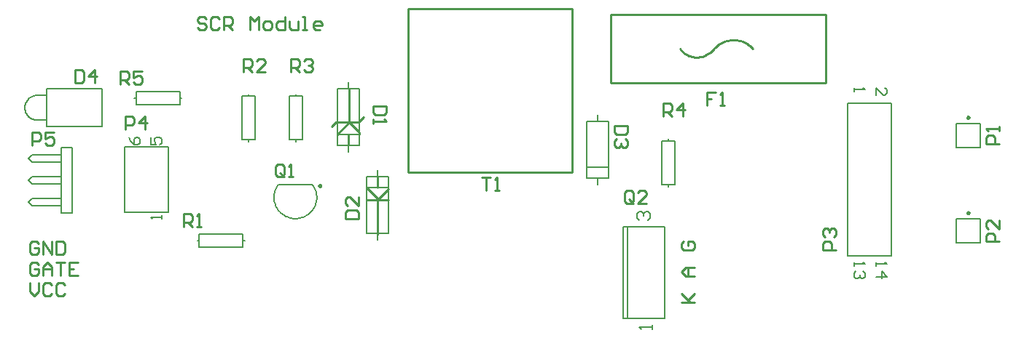
<source format=gto>
%FSTAX24Y24*%
%MOIN*%
%SFA1B1*%

%IPPOS*%
%ADD10C,0.010000*%
%ADD11C,0.007870*%
%ADD12C,0.009840*%
%ADD13C,0.005000*%
%ADD14C,0.008000*%
%ADD15C,0.005910*%
%LNpcb1-1*%
%LPD*%
G54D10*
X033494Y013855D02*
D01*
X033438Y013915*
X033377Y01397*
X033313Y014021*
X033246Y014068*
X033175Y01411*
X033102Y014146*
X033026Y014178*
X032949Y014204*
X03287Y014225*
X032789Y01424*
X032708Y014249*
X032626Y014253*
X032544Y014251*
X032462Y014243*
X032381Y01423*
X032302Y014211*
X032224Y014186*
X032147Y014156*
X032073Y014121*
X032002Y014081*
X031934Y014036*
X031868Y013986*
X031807Y013932*
X03175Y013873*
X031733Y013855*
X030159D02*
D01*
X030202Y013802*
X030248Y013752*
X030298Y013705*
X030352Y013661*
X030408Y013622*
X030467Y013586*
X030528Y013555*
X030591Y013528*
X030656Y013505*
X030722Y013487*
X03079Y013474*
X030858Y013466*
X030927Y013462*
X030995Y013463*
X031064Y013469*
X031132Y013479*
X031199Y013495*
X031264Y013515*
X031328Y013539*
X031391Y013568*
X031451Y013601*
X031509Y013638*
X031564Y01368*
X031616Y013725*
X031664Y013773*
X031709Y013825*
X031733Y013855*
X017755Y015669D02*
X025236D01*
Y008189D02*
Y015669D01*
X017755Y008189D02*
X025236D01*
X017755D02*
Y015669D01*
X016338Y005318D02*
Y006968D01*
Y00748D02*
Y007983D01*
X015835Y006929D02*
X016835D01*
X016402Y006968D02*
X016835Y007401D01*
X016338Y006968D02*
X016402D01*
X016338D02*
Y00699D01*
X015905Y007401D02*
X016338Y006968D01*
X015866Y007401D02*
X015905D01*
X015039Y010472D02*
Y011969D01*
X015Y009408D02*
Y009908D01*
X014252Y010275D02*
X014448Y010472D01*
X0145*
X015472D02*
X015708Y010708D01*
X015039Y010472D02*
X015472D01*
X0145D02*
X015039D01*
X0155Y010011*
Y009908D02*
Y010011D01*
X0145Y009933D02*
X015039Y010472D01*
X0145Y009908D02*
Y009933D01*
X027009Y014643D02*
Y01543D01*
X036852*
Y014643D02*
Y01543D01*
Y012281D02*
Y014643D01*
X027009Y012281D02*
X036852D01*
X027009D02*
Y013068D01*
X036852D02*
Y014643D01*
X027009Y013068D02*
Y014643D01*
X000854Y00492D02*
X000754Y00502D01*
X000554*
X000454Y00492*
Y004521*
X000554Y004421*
X000754*
X000854Y004521*
Y004721*
X000654*
X001054Y004421D02*
Y00502D01*
X001454Y004421*
Y00502*
X001653D02*
Y004421D01*
X001953*
X002053Y004521*
Y00492*
X001953Y00502*
X001653*
X000854Y003961D02*
X000754Y004061D01*
X000554*
X000454Y003961*
Y003561*
X000554Y003461*
X000754*
X000854Y003561*
Y003761*
X000654*
X001054Y003461D02*
Y003861D01*
X001254Y004061*
X001454Y003861*
Y003461*
Y003761*
X001054*
X001653Y004061D02*
X002053D01*
X001853*
Y003461*
X002653Y004061D02*
X002253D01*
Y003461*
X002653*
X002253Y003761D02*
X002453D01*
X000454Y003101D02*
Y002701D01*
X000654Y002501*
X000854Y002701*
Y003101*
X001454Y003001D02*
X001354Y003101D01*
X001154*
X001054Y003001*
Y002601*
X001154Y002501*
X001354*
X001454Y002601*
X002053Y003001D02*
X001953Y003101D01*
X001753*
X001653Y003001*
Y002601*
X001753Y002501*
X001953*
X002053Y002601*
X00851Y015224D02*
X00841Y015324D01*
X00821*
X00811Y015224*
Y015124*
X00821Y015024*
X00841*
X00851Y014924*
Y014824*
X00841Y014724*
X00821*
X00811Y014824*
X009109Y015224D02*
X00901Y015324D01*
X00881*
X00871Y015224*
Y014824*
X00881Y014724*
X00901*
X009109Y014824*
X009309Y014724D02*
Y015324D01*
X009609*
X009709Y015224*
Y015024*
X009609Y014924*
X009309*
X009509D02*
X009709Y014724D01*
X010509D02*
Y015324D01*
X010709Y015124*
X010909Y015324*
Y014724*
X011209D02*
X011409D01*
X011509Y014824*
Y015024*
X011409Y015124*
X011209*
X011109Y015024*
Y014824*
X011209Y014724*
X012108Y015324D02*
Y014724D01*
X011809*
X011709Y014824*
Y015024*
X011809Y015124*
X012108*
X012308D02*
Y014824D01*
X012408Y014724*
X012708*
Y015124*
X012908Y014724D02*
X013108D01*
X013008*
Y015324*
X012908*
X013708Y014724D02*
X013508D01*
X013408Y014824*
Y015024*
X013508Y015124*
X013708*
X013808Y015024*
Y014924*
X013408*
X030227Y002204D02*
X030826D01*
X030626*
X030227Y002604*
X030526Y002304*
X030826Y002604*
Y003404D02*
X030426D01*
X030227Y003604*
X030426Y003804*
X030826*
X030526*
Y003404*
X030326Y005003D02*
X030227Y004903D01*
Y004703*
X030326Y004604*
X030726*
X030826Y004703*
Y004903*
X030726Y005003*
X030526*
Y004803*
X016741Y01122D02*
X016141D01*
Y01092*
X016241Y01082*
X016641*
X016741Y01092*
Y01122*
X016141Y01062D02*
Y01042D01*
Y01052*
X016741*
X016641Y01062*
X014872Y006063D02*
X015472D01*
Y006362*
X015372Y006462*
X014972*
X014872Y006362*
Y006063*
X015472Y007062D02*
Y006662D01*
X015072Y007062*
X014972*
X014872Y006962*
Y006762*
X014972Y006662*
X027765Y010315D02*
X027165D01*
Y010015*
X027265Y009915*
X027665*
X027765Y010015*
Y010315*
X027665Y009715D02*
X027765Y009615D01*
Y009415*
X027665Y009315*
X027565*
X027465Y009415*
Y009515*
Y009415*
X027365Y009315*
X027265*
X027165Y009415*
Y009615*
X027265Y009715*
X031809Y011855D02*
X031409D01*
Y011555*
X031609*
X031409*
Y011255*
X032009D02*
X032209D01*
X032109*
Y011855*
X032009Y011755*
X044763Y009488D02*
X044164D01*
Y009788*
X044263Y009888*
X044463*
X044563Y009788*
Y009488*
X044763Y010088D02*
Y010287D01*
Y010188*
X044164*
X044263Y010088*
X044763Y005D02*
X044164D01*
Y005299*
X044263Y005399*
X044463*
X044563Y005299*
Y005*
X044763Y005999D02*
Y005599D01*
X044363Y005999*
X044263*
X044164Y005899*
Y005699*
X044263Y005599*
X037292Y004605D02*
X036692D01*
Y004905*
X036792Y005005*
X036992*
X037092Y004905*
Y004605*
X036792Y005205D02*
X036692Y005305D01*
Y005505*
X036792Y005605*
X036892*
X036992Y005505*
Y005405*
Y005505*
X037092Y005605*
X037192*
X037292Y005505*
Y005305*
X037192Y005205*
X004824Y010165D02*
Y010765D01*
X005124*
X005224Y010665*
Y010465*
X005124Y010365*
X004824*
X005724Y010165D02*
Y010765D01*
X005424Y010465*
X005824*
X012064Y008067D02*
Y008466D01*
X011964Y008566*
X011765*
X011665Y008466*
Y008067*
X011765Y007967*
X011964*
X011865Y008166D02*
X012064Y007967D01*
X011964D02*
X012064Y008067D01*
X012264Y007967D02*
X012464D01*
X012364*
Y008566*
X012264Y008466*
X028041Y006834D02*
Y007234D01*
X027941Y007334*
X027741*
X027641Y007234*
Y006834*
X027741Y006734*
X027941*
X027841Y006934D02*
X028041Y006734D01*
X027941D02*
X028041Y006834D01*
X028641Y006734D02*
X028241D01*
X028641Y007134*
Y007234*
X028541Y007334*
X028341*
X028241Y007234*
X007465Y005677D02*
Y006276D01*
X007764*
X007864Y006176*
Y005976*
X007764Y005876*
X007465*
X007665D02*
X007864Y005677D01*
X008064D02*
X008264D01*
X008164*
Y006276*
X008064Y006176*
X010198Y012784D02*
Y013384D01*
X010498*
X010597Y013284*
Y013084*
X010498Y012984*
X010198*
X010398D02*
X010597Y012784D01*
X011197D02*
X010797D01*
X011197Y013184*
Y013284*
X011097Y013384*
X010897*
X010797Y013284*
X012363Y012784D02*
Y013384D01*
X012663*
X012763Y013284*
Y013084*
X012663Y012984*
X012363*
X012563D02*
X012763Y012784D01*
X012963Y013284D02*
X013063Y013384D01*
X013263*
X013363Y013284*
Y013184*
X013263Y013084*
X013163*
X013263*
X013363Y012984*
Y012884*
X013263Y012784*
X013063*
X012963Y012884*
X02941Y010737D02*
Y011336D01*
X02971*
X02981Y011236*
Y011037*
X02971Y010937*
X02941*
X02961D02*
X02981Y010737D01*
X03031D02*
Y011336D01*
X03001Y011037*
X03041*
X021102Y007962D02*
X021502D01*
X021302*
Y007362*
X021702D02*
X021902D01*
X021802*
Y007962*
X021702Y007862*
X000551Y009409D02*
Y010009D01*
X000851*
X000951Y009909*
Y009709*
X000851Y009609*
X000551*
X00155Y010009D02*
X001151D01*
Y009709*
X00135Y009809*
X00145*
X00155Y009709*
Y009509*
X00145Y009409*
X001251*
X001151Y009509*
X002519Y012883D02*
Y012283D01*
X002819*
X002919Y012383*
Y012783*
X002819Y012883*
X002519*
X003419Y012283D02*
Y012883D01*
X003119Y012583*
X003519*
X004583Y012214D02*
Y012814D01*
X004883*
X004982Y012714*
Y012514*
X004883Y012414*
X004583*
X004783D02*
X004982Y012214D01*
X005582Y012814D02*
X005182D01*
Y012514*
X005382Y012614*
X005482*
X005582Y012514*
Y012314*
X005482Y012214*
X005282*
X005182Y012314*
G54D11*
X011805Y007627D02*
D01*
X011766Y007571*
X01173Y007513*
X011699Y007452*
X011672Y007389*
X01165Y007325*
X011632Y007259*
X011619Y007192*
X01161Y007124*
X011607Y007056*
X011608Y006988*
X011614Y00692*
X011624Y006852*
X011639Y006786*
X011659Y006721*
X011683Y006657*
X011712Y006595*
X011745Y006535*
X011782Y006478*
X011823Y006423*
X011868Y006371*
X011916Y006323*
X011967Y006278*
X012021Y006237*
X012079Y0062*
X012138Y006166*
X0122Y006137*
X012264Y006113*
X012329Y006093*
X012395Y006077*
X012463Y006066*
X012531Y00606*
X012599Y006059*
X012667Y006062*
X012735Y00607*
X012802Y006083*
X012868Y006101*
X012933Y006123*
X012995Y006149*
X013056Y00618*
X013115Y006215*
X013171Y006254*
X013224Y006297*
X013274Y006343*
X013321Y006393*
X013364Y006446*
X013403Y006502*
X013439Y00656*
X01347Y006621*
X013497Y006684*
X013519Y006748*
X013537Y006814*
X01355Y006881*
X013559Y006949*
X013562Y007017*
X013561Y007085*
X013555Y007153*
X013545Y007221*
X01353Y007287*
X01351Y007352*
X013486Y007416*
X013457Y007478*
X013424Y007538*
X013387Y007595*
X013364Y007627*
X026417Y007612D02*
Y007912D01*
Y010512D02*
Y010812D01*
X025917Y008412D02*
X026917D01*
Y007912D02*
Y010512D01*
X025917Y007912D02*
X026917D01*
X025917D02*
Y010512D01*
X026917*
X00054Y006652D02*
X001874D01*
X000374Y006818D02*
X00054Y006652D01*
X000374Y006818D02*
X00054Y006985D01*
X001874*
X00054Y007652D02*
X001874D01*
X000374Y007818D02*
X00054Y007652D01*
X000374Y007818D02*
X00054Y007985D01*
X001874*
X00054Y008652D02*
X001874D01*
X000374Y008818D02*
X00054Y008652D01*
X000374Y008818D02*
X00054Y008985D01*
X001874*
X002374Y006318D02*
Y009318D01*
X001874D02*
X002374D01*
X001874Y006318D02*
X002374D01*
X001874D02*
Y009318D01*
X012598Y011669D02*
Y011759D01*
Y009579D02*
Y009669D01*
Y011669D02*
X012898D01*
Y009669D02*
Y011669D01*
X012298Y009669D02*
X012898D01*
X012298D02*
Y011669D01*
X012598*
X011805Y007627D02*
X013364D01*
X008095Y005037D02*
X008185D01*
X010185D02*
X010275D01*
X008185D02*
Y005337D01*
X010185*
Y004737D02*
Y005337D01*
X008185Y004737D02*
X010185D01*
X008185D02*
Y005037D01*
X010433Y011669D02*
Y011759D01*
Y009579D02*
Y009669D01*
Y011669D02*
X010733D01*
Y009669D02*
Y011669D01*
X010133Y009669D02*
X010733D01*
X010133D02*
Y011669D01*
X010433*
X006759Y007433D02*
Y00935D01*
Y00635D02*
Y00935D01*
X004759Y00635D02*
Y00935D01*
Y00635D02*
X006759D01*
X004759Y00935D02*
X006759D01*
X027578Y005689D02*
X029468D01*
X027578Y001476D02*
X029468D01*
Y005689*
X027578Y001476D02*
Y005689D01*
X027775Y001476D02*
Y005689D01*
X029645Y009622D02*
Y009712D01*
Y007532D02*
Y007622D01*
Y009622D02*
X029945D01*
Y007622D02*
Y009622D01*
X029345Y007622D02*
X029945D01*
X029345D02*
Y009622D01*
X029645*
X0145Y012008D02*
X0155D01*
X0145Y009408D02*
Y012008D01*
Y009408D02*
X0155D01*
Y012008*
X0145Y009908D02*
X0155D01*
X015Y012008D02*
Y012308D01*
Y009108D02*
Y009408D01*
X015835Y005387D02*
X016835D01*
Y007987*
X015835D02*
X016835D01*
X015835Y005387D02*
Y007987D01*
Y007487D02*
X016835D01*
X016335Y005087D02*
Y005387D01*
Y007987D02*
Y008287D01*
X037842Y004355D02*
Y011355D01*
X039842Y004355D02*
Y011355D01*
X037842D02*
X039842D01*
X037842Y004355D02*
X039842D01*
X005209Y011574D02*
X005299D01*
X007299D02*
X007389D01*
X005299D02*
Y011874D01*
X007299*
Y011274D02*
Y011874D01*
X005299Y011274D02*
X007299D01*
X005299D02*
Y011574D01*
X042795Y010433D02*
X043897D01*
Y00933D02*
Y010433D01*
X042795Y00933D02*
X043897D01*
X042795D02*
Y010433D01*
Y006063D02*
X043897D01*
Y00496D02*
Y006063D01*
X042795Y00496D02*
X043897D01*
X042795D02*
Y006063D01*
G54D12*
X013748Y007568D02*
D01*
X013748Y007571*
X013747Y007575*
X013747Y007578*
X013746Y007582*
X013745Y007585*
X013744Y007588*
X013742Y007591*
X01374Y007594*
X013739Y007597*
X013736Y0076*
X013734Y007602*
X013732Y007605*
X013729Y007607*
X013726Y007609*
X013723Y007611*
X01372Y007612*
X013717Y007614*
X013714Y007615*
X013711Y007616*
X013707Y007616*
X013704Y007617*
X0137Y007617*
X013697*
X013694Y007617*
X01369Y007616*
X013687Y007616*
X013683Y007615*
X01368Y007614*
X013677Y007612*
X013674Y007611*
X013671Y007609*
X013668Y007607*
X013666Y007605*
X013663Y007602*
X013661Y0076*
X013659Y007597*
X013657Y007594*
X013655Y007591*
X013654Y007588*
X013652Y007585*
X013651Y007582*
X013651Y007578*
X01365Y007575*
X01365Y007571*
X01365Y007568*
X01365Y007565*
X01365Y007561*
X013651Y007558*
X013651Y007554*
X013652Y007551*
X013654Y007548*
X013655Y007545*
X013657Y007542*
X013659Y007539*
X013661Y007536*
X013663Y007534*
X013666Y007531*
X013668Y007529*
X013671Y007527*
X013674Y007525*
X013677Y007524*
X01368Y007522*
X013683Y007521*
X013687Y00752*
X01369Y00752*
X013694Y007519*
X013697Y007519*
X0137*
X013704Y007519*
X013707Y00752*
X013711Y00752*
X013714Y007521*
X013717Y007522*
X01372Y007524*
X013723Y007525*
X013726Y007527*
X013729Y007529*
X013732Y007531*
X013734Y007534*
X013736Y007536*
X013739Y007539*
X01374Y007542*
X013742Y007545*
X013744Y007548*
X013745Y007551*
X013746Y007554*
X013747Y007558*
X013747Y007561*
X013748Y007565*
X013748Y007568*
X043395Y010689D02*
D01*
X043395Y010692*
X043395Y010695*
X043394Y010699*
X043393Y010702*
X043392Y010705*
X043391Y010709*
X043389Y010712*
X043388Y010715*
X043386Y010717*
X043384Y01072*
X043381Y010723*
X043379Y010725*
X043376Y010727*
X043374Y010729*
X043371Y010731*
X043368Y010733*
X043364Y010734*
X043361Y010735*
X043358Y010736*
X043355Y010737*
X043351Y010737*
X043348Y010738*
X043344*
X043341Y010737*
X043337Y010737*
X043334Y010736*
X043331Y010735*
X043328Y010734*
X043324Y010733*
X043321Y010731*
X043318Y010729*
X043316Y010727*
X043313Y010725*
X043311Y010723*
X043308Y01072*
X043306Y010717*
X043304Y010715*
X043303Y010712*
X043301Y010709*
X0433Y010705*
X043299Y010702*
X043298Y010699*
X043297Y010695*
X043297Y010692*
X043297Y010689*
X043297Y010685*
X043297Y010682*
X043298Y010678*
X043299Y010675*
X0433Y010672*
X043301Y010668*
X043303Y010665*
X043304Y010662*
X043306Y01066*
X043308Y010657*
X043311Y010654*
X043313Y010652*
X043316Y01065*
X043318Y010648*
X043321Y010646*
X043324Y010644*
X043328Y010643*
X043331Y010642*
X043334Y010641*
X043337Y01064*
X043341Y01064*
X043344Y010639*
X043348*
X043351Y01064*
X043355Y01064*
X043358Y010641*
X043361Y010642*
X043364Y010643*
X043368Y010644*
X043371Y010646*
X043374Y010648*
X043376Y01065*
X043379Y010652*
X043381Y010654*
X043384Y010657*
X043386Y01066*
X043388Y010662*
X043389Y010665*
X043391Y010668*
X043392Y010672*
X043393Y010675*
X043394Y010678*
X043395Y010682*
X043395Y010685*
X043395Y010689*
Y006318D02*
D01*
X043395Y006322*
X043395Y006325*
X043394Y006329*
X043393Y006332*
X043392Y006335*
X043391Y006338*
X043389Y006341*
X043388Y006344*
X043386Y006347*
X043384Y00635*
X043381Y006353*
X043379Y006355*
X043376Y006357*
X043374Y006359*
X043371Y006361*
X043368Y006363*
X043364Y006364*
X043361Y006365*
X043358Y006366*
X043355Y006367*
X043351Y006367*
X043348Y006368*
X043344*
X043341Y006367*
X043337Y006367*
X043334Y006366*
X043331Y006365*
X043328Y006364*
X043324Y006363*
X043321Y006361*
X043318Y006359*
X043316Y006357*
X043313Y006355*
X043311Y006353*
X043308Y00635*
X043306Y006347*
X043304Y006344*
X043303Y006341*
X043301Y006338*
X0433Y006335*
X043299Y006332*
X043298Y006329*
X043297Y006325*
X043297Y006322*
X043297Y006318*
X043297Y006315*
X043297Y006312*
X043298Y006308*
X043299Y006305*
X0433Y006302*
X043301Y006298*
X043303Y006295*
X043304Y006292*
X043306Y006289*
X043308Y006287*
X043311Y006284*
X043313Y006282*
X043316Y00628*
X043318Y006278*
X043321Y006276*
X043324Y006274*
X043328Y006273*
X043331Y006272*
X043334Y006271*
X043337Y00627*
X043341Y006269*
X043344Y006269*
X043348*
X043351Y006269*
X043355Y00627*
X043358Y006271*
X043361Y006272*
X043364Y006273*
X043368Y006274*
X043371Y006276*
X043374Y006278*
X043376Y00628*
X043379Y006282*
X043381Y006284*
X043384Y006287*
X043386Y006289*
X043388Y006292*
X043389Y006295*
X043391Y006298*
X043392Y006302*
X043393Y006305*
X043394Y006308*
X043395Y006312*
X043395Y006315*
X043395Y006318*
G54D13*
X000787Y011712D02*
D01*
X000747Y011711*
X000707Y011707*
X000668Y0117*
X00063Y01169*
X000592Y011678*
X000555Y011663*
X000519Y011645*
X000484Y011625*
X000451Y011603*
X00042Y011579*
X00039Y011552*
X000363Y011523*
X000337Y011493*
X000314Y01146*
X000292Y011427*
X000274Y011391*
X000258Y011355*
X000244Y011318*
X000233Y011279*
X000225Y01124*
X000219Y011201*
X000216Y011161*
Y011121*
X000219Y011082*
X000225Y011042*
X000233Y011003*
X000244Y010965*
X000258Y010927*
X000274Y010891*
X000292Y010856*
X000314Y010822*
X000337Y01079*
X000363Y010759*
X00039Y010731*
X00042Y010704*
X000451Y010679*
X000484Y010657*
X000519Y010637*
X000555Y01062*
X000592Y010605*
X00063Y010592*
X000668Y010583*
X000707Y010576*
X000747Y010572*
X000787Y01057*
Y011712D02*
X00122D01*
X000787Y01057D02*
X00122D01*
Y012007D02*
X00374D01*
X00122Y010275D02*
Y012007D01*
Y010275D02*
X00374D01*
Y012007*
G54D14*
X006459Y00605D02*
Y006217D01*
Y006133*
X00596*
X006043Y00605*
X00596Y009783D02*
Y00945D01*
X006209*
X006126Y009617*
Y0097*
X006209Y009783*
X006376*
X006459Y0097*
Y009533*
X006376Y00945*
X038142Y004055D02*
Y003889D01*
Y003972*
X038642*
X038558Y004055*
Y003639D02*
X038642Y003556D01*
Y003389*
X038558Y003306*
X038475*
X038392Y003389*
Y003472*
Y003389*
X038308Y003306*
X038225*
X038142Y003389*
Y003556*
X038225Y003639*
X039142Y004055D02*
Y003889D01*
Y003972*
X039642*
X039558Y004055*
X039142Y003389D02*
X039642D01*
X039392Y003639*
Y003306*
X038142Y012055D02*
Y011889D01*
Y011972*
X038642*
X038558Y012055*
X039142Y011722D02*
Y012055D01*
X039475Y011722*
X039558*
X039642Y011806*
Y011972*
X039558Y012055*
X00496Y009783D02*
X005043Y009617D01*
X005209Y00945*
X005376*
X005459Y009533*
Y0097*
X005376Y009783*
X005293*
X005209Y0097*
Y00945*
G54D15*
X028322Y005982D02*
X028224Y006081D01*
Y006277*
X028322Y006376*
X028421*
X028519Y006277*
Y006179*
Y006277*
X028617Y006376*
X028716*
X028814Y006277*
Y006081*
X028716Y005982*
X028914Y000982D02*
Y001179D01*
Y001081*
X028324*
X028422Y000982*
M02*
</source>
